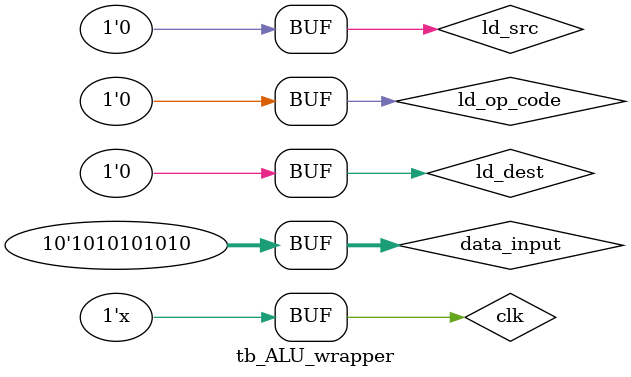
<source format=v>
`timescale 1ps/1ps //Always include this 

module tb_ALU_wrapper(); //must match name of file and don't forget endmodule

	reg clk; 
	reg [9:0] data_input;
	reg ld_op_code;
	reg ld_src; 
	reg ld_dest; 
	
	wire [4:0] Flags;
	wire [15:0] Out;
	
//declare test module
//module name, variable name, portmapping
//original or verilog file name of variable(test bench variable)

ALU_wrapper uut(
	.clk(clk),
	.data_input(data_input),
	.ld_op_code(ld_op_code),
	.ld_src(ld_src), 
	.ld_dest(ld_dest),
	.Flags(Flags),
	.Out(Out)
	);
	
	

initial begin

	$display("Starting ALU Wrapper Testbench");
	clk = 0; 
	
	// OR Operation
	ld_op_code = 0; 
	data_input = 10'b0000000011; 
	
	#10;
	ld_src = 0; 
	data_input = 10'b0101010101; 
	#10; 
	
	ld_dest = 0; 
	data_input = 10'b1010101010; 
	#10; 
	
	
end

always #5 clk = ~clk;

endmodule

</source>
